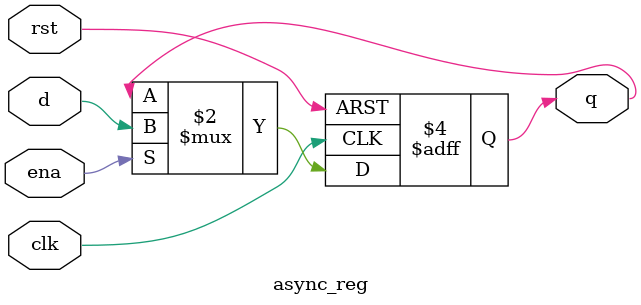
<source format=sv>
/*
A synchronous register (batch of flip flops) with rst > ena.

Code attribution: modified from https://github.com/avinash-nonholonomy/olin-cafe-f21/blob/main/examples/register.sv
*/

`default_nettype none

module async_reg(clk, ena, rst, d, q);
parameter N = 1;

input wire clk, ena, rst;
input wire [N-1:0] d;
output logic [N-1:0] q;

always_ff @(posedge clk, posedge rst) begin
  if (rst) begin
    q <= 0;
  end
  else begin
    if (ena) begin
      q <= d;
    end
  end
end

endmodule

</source>
